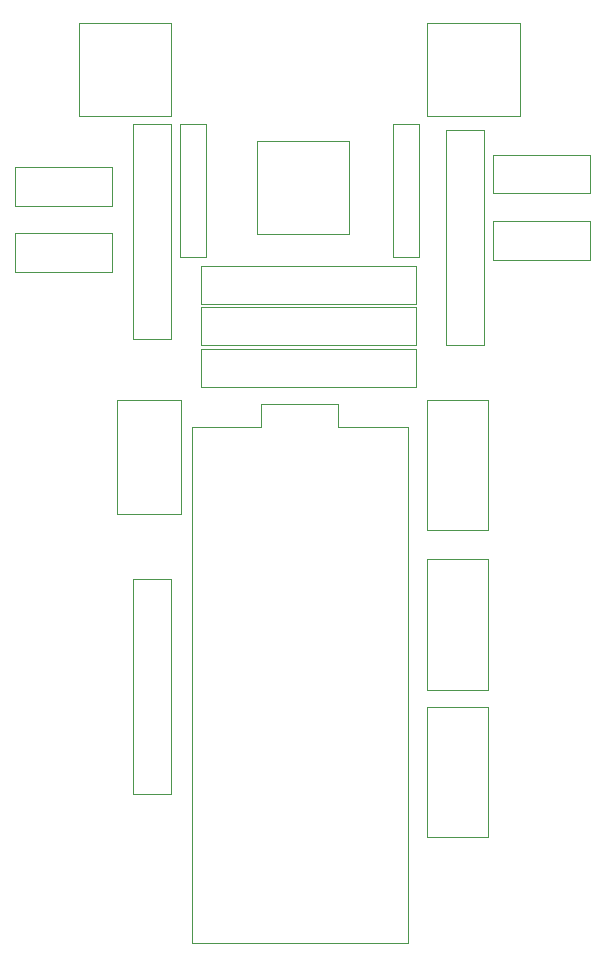
<source format=gbr>
%TF.GenerationSoftware,Altium Limited,Altium Designer,22.7.1 (60)*%
G04 Layer_Color=32768*
%FSLAX45Y45*%
%MOMM*%
%TF.SameCoordinates,6F5B2F55-B7AD-49D5-9618-4F223791D6AE*%
%TF.FilePolarity,Positive*%
%TF.FileFunction,Other,Mechanical_15*%
%TF.Part,Single*%
G01*
G75*
%TA.AperFunction,NonConductor*%
%ADD41C,0.10000*%
%ADD44C,0.05000*%
D41*
X89300Y5835700D02*
Y6164300D01*
Y5835700D02*
X910700D01*
Y6164300D01*
X89300D02*
X910700D01*
X89300Y6393675D02*
Y6722275D01*
Y6393675D02*
X910700D01*
Y6722275D01*
X89300D02*
X910700D01*
X3580700Y7157700D02*
Y7942300D01*
X4365300D01*
Y7157700D02*
Y7942300D01*
X3580700Y7157700D02*
X4365300D01*
X627024D02*
Y7942300D01*
X1411624D01*
Y7157700D02*
Y7942300D01*
X627024Y7157700D02*
X1411624D01*
X4960700Y6499725D02*
Y6828325D01*
X4139300D02*
X4960700D01*
X4139300Y6499725D02*
Y6828325D01*
Y6499725D02*
X4960700D01*
X2134700Y6157700D02*
Y6942300D01*
X2919300D01*
Y6157700D02*
Y6942300D01*
X2134700Y6157700D02*
X2919300D01*
X4960700Y5935700D02*
Y6264300D01*
X4139300D02*
X4960700D01*
X4139300Y5935700D02*
Y6264300D01*
Y5935700D02*
X4960700D01*
D44*
X4094500Y3648000D02*
Y4752000D01*
X3575500Y3648000D02*
X4094500D01*
X3575500D02*
Y4752000D01*
X4094500D01*
Y2298000D02*
Y3402000D01*
X3575500Y2298000D02*
X4094500D01*
X3575500D02*
Y3402000D01*
X4094500D01*
Y1048000D02*
Y2152000D01*
X3575500Y1048000D02*
X4094500D01*
X3575500D02*
Y2152000D01*
X4094500D01*
X1410000Y5265000D02*
Y7085000D01*
X1090000Y5265000D02*
X1410000D01*
X1090000D02*
Y7085000D01*
X1410000D01*
X4060000Y5215000D02*
Y7035000D01*
X3740000Y5215000D02*
X4060000D01*
X3740000D02*
Y7035000D01*
X4060000D01*
X1410000Y1415000D02*
Y3235000D01*
X1090000Y1415000D02*
X1410000D01*
X1090000D02*
Y3235000D01*
X1410000D01*
X1492000Y3788000D02*
Y4750000D01*
X954000Y3788000D02*
X1492000D01*
X954000D02*
Y4750000D01*
X1492000D01*
X1665000Y5564575D02*
X3485000D01*
X1665000D02*
Y5884574D01*
X3485000D01*
Y5564575D02*
Y5884574D01*
X1665000Y5214149D02*
X3485000D01*
X1665000D02*
Y5534149D01*
X3485000D01*
Y5214149D02*
Y5534149D01*
X1665000Y4863724D02*
X3485000D01*
X1665000D02*
Y5183724D01*
X3485000D01*
Y4863724D02*
Y5183724D01*
X3290000Y5965000D02*
Y7085000D01*
X3510000D01*
Y5965000D02*
Y7085000D01*
X3290000Y5965000D02*
X3510000D01*
X1490000D02*
Y7085000D01*
X1710000D01*
Y5965000D02*
Y7085000D01*
X1490000Y5965000D02*
X1710000D01*
X1586000Y4524000D02*
X2175000Y4524000D01*
Y4714500D01*
X2822000D01*
Y4524000D02*
Y4714500D01*
Y4524000D02*
X3414000D01*
Y156000D02*
Y4524000D01*
X1586000Y156000D02*
Y4524000D01*
Y156000D02*
X3414000D01*
%TF.MD5,8baa0f4bc720c53f4b0df5664f61cfb3*%
M02*

</source>
